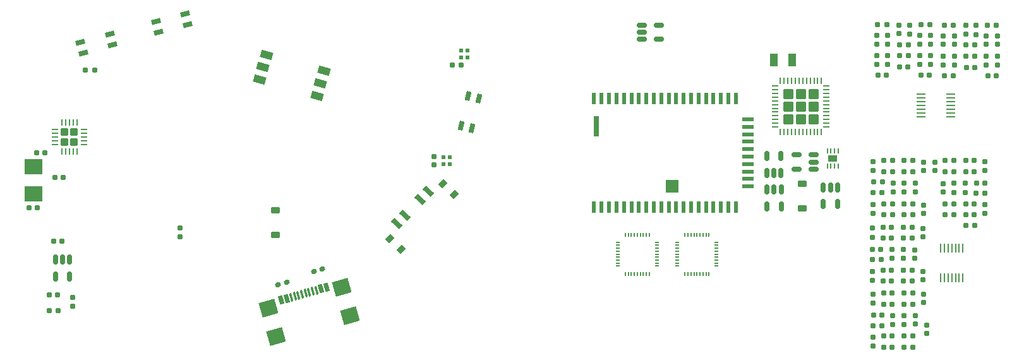
<source format=gbr>
%TF.GenerationSoftware,KiCad,Pcbnew,(7.0.0)*%
%TF.CreationDate,2023-05-27T11:58:37+01:00*%
%TF.ProjectId,all,616c6c2e-6b69-4636-9164-5f7063625858,rev?*%
%TF.SameCoordinates,Original*%
%TF.FileFunction,Paste,Bot*%
%TF.FilePolarity,Positive*%
%FSLAX46Y46*%
G04 Gerber Fmt 4.6, Leading zero omitted, Abs format (unit mm)*
G04 Created by KiCad (PCBNEW (7.0.0)) date 2023-05-27 11:58:37*
%MOMM*%
%LPD*%
G01*
G04 APERTURE LIST*
G04 Aperture macros list*
%AMRoundRect*
0 Rectangle with rounded corners*
0 $1 Rounding radius*
0 $2 $3 $4 $5 $6 $7 $8 $9 X,Y pos of 4 corners*
0 Add a 4 corners polygon primitive as box body*
4,1,4,$2,$3,$4,$5,$6,$7,$8,$9,$2,$3,0*
0 Add four circle primitives for the rounded corners*
1,1,$1+$1,$2,$3*
1,1,$1+$1,$4,$5*
1,1,$1+$1,$6,$7*
1,1,$1+$1,$8,$9*
0 Add four rect primitives between the rounded corners*
20,1,$1+$1,$2,$3,$4,$5,0*
20,1,$1+$1,$4,$5,$6,$7,0*
20,1,$1+$1,$6,$7,$8,$9,0*
20,1,$1+$1,$8,$9,$2,$3,0*%
%AMRotRect*
0 Rectangle, with rotation*
0 The origin of the aperture is its center*
0 $1 length*
0 $2 width*
0 $3 Rotation angle, in degrees counterclockwise*
0 Add horizontal line*
21,1,$1,$2,0,0,$3*%
G04 Aperture macros list end*
%ADD10RotRect,1.244600X0.660400X195.000000*%
%ADD11RoundRect,0.155000X0.212500X0.155000X-0.212500X0.155000X-0.212500X-0.155000X0.212500X-0.155000X0*%
%ADD12RoundRect,0.155000X-0.212500X-0.155000X0.212500X-0.155000X0.212500X0.155000X-0.212500X0.155000X0*%
%ADD13R,2.400000X2.000000*%
%ADD14RotRect,1.600000X1.000000X164.101000*%
%ADD15RoundRect,0.160000X0.197500X0.160000X-0.197500X0.160000X-0.197500X-0.160000X0.197500X-0.160000X0*%
%ADD16RoundRect,0.150000X-0.150000X0.512500X-0.150000X-0.512500X0.150000X-0.512500X0.150000X0.512500X0*%
%ADD17RoundRect,0.160000X-0.160000X0.197500X-0.160000X-0.197500X0.160000X-0.197500X0.160000X0.197500X0*%
%ADD18RoundRect,0.250000X0.275000X0.275000X-0.275000X0.275000X-0.275000X-0.275000X0.275000X-0.275000X0*%
%ADD19RoundRect,0.062500X0.362500X0.062500X-0.362500X0.062500X-0.362500X-0.062500X0.362500X-0.062500X0*%
%ADD20RoundRect,0.062500X0.062500X0.362500X-0.062500X0.362500X-0.062500X-0.362500X0.062500X-0.362500X0*%
%ADD21RoundRect,0.155000X0.155000X-0.212500X0.155000X0.212500X-0.155000X0.212500X-0.155000X-0.212500X0*%
%ADD22RoundRect,0.160000X-0.197500X-0.160000X0.197500X-0.160000X0.197500X0.160000X-0.197500X0.160000X0*%
%ADD23RoundRect,0.155000X-0.155000X0.212500X-0.155000X-0.212500X0.155000X-0.212500X0.155000X0.212500X0*%
%ADD24RoundRect,0.160000X0.160000X-0.197500X0.160000X0.197500X-0.160000X0.197500X-0.160000X-0.197500X0*%
%ADD25R,0.280000X1.200000*%
%ADD26R,1.200000X0.280000*%
%ADD27RoundRect,0.225000X0.375000X-0.225000X0.375000X0.225000X-0.375000X0.225000X-0.375000X-0.225000X0*%
%ADD28RoundRect,0.250000X-0.435000X0.435000X-0.435000X-0.435000X0.435000X-0.435000X0.435000X0.435000X0*%
%ADD29RoundRect,0.062500X-0.062500X0.375000X-0.062500X-0.375000X0.062500X-0.375000X0.062500X0.375000X0*%
%ADD30RoundRect,0.062500X-0.375000X0.062500X-0.375000X-0.062500X0.375000X-0.062500X0.375000X0.062500X0*%
%ADD31O,0.650000X0.200000*%
%ADD32O,0.200000X0.650000*%
%ADD33RoundRect,0.150000X-0.512500X-0.150000X0.512500X-0.150000X0.512500X0.150000X-0.512500X0.150000X0*%
%ADD34RoundRect,0.150000X0.512500X0.150000X-0.512500X0.150000X-0.512500X-0.150000X0.512500X-0.150000X0*%
%ADD35RoundRect,0.150000X0.150000X-0.512500X0.150000X0.512500X-0.150000X0.512500X-0.150000X-0.512500X0*%
%ADD36R,1.000000X1.800000*%
%ADD37R,0.254000X0.711200*%
%ADD38R,1.295400X0.889000*%
%ADD39R,0.600000X1.500000*%
%ADD40R,1.500000X0.600000*%
%ADD41R,0.760000X2.790000*%
%ADD42R,1.780000X1.780000*%
%ADD43RotRect,1.244600X0.660400X76.926000*%
%ADD44RotRect,0.600000X1.150000X195.811000*%
%ADD45RotRect,0.300000X1.150000X195.811000*%
%ADD46RotRect,2.180000X2.000000X195.811000*%
%ADD47RoundRect,0.225000X-0.375000X0.225000X-0.375000X-0.225000X0.375000X-0.225000X0.375000X0.225000X0*%
%ADD48R,0.500000X0.500000*%
%ADD49RoundRect,0.160000X-0.146433X-0.207758X0.233622X-0.100135X0.146433X0.207758X-0.233622X0.100135X0*%
%ADD50RoundRect,0.160000X0.146433X0.207758X-0.233622X0.100135X-0.146433X-0.207758X0.233622X-0.100135X0*%
%ADD51RotRect,0.700000X1.500000X226.022000*%
%ADD52RotRect,0.800000X1.000000X136.022000*%
G04 APERTURE END LIST*
D10*
%TO.C,SW2*%
X64197467Y-45423106D03*
X60271944Y-46474946D03*
X64580520Y-46852678D03*
X60654997Y-47904518D03*
%TD*%
D11*
%TO.C,C5*%
X47137957Y-83126656D03*
X46002957Y-83126656D03*
%TD*%
%TO.C,C2*%
X45437957Y-64026656D03*
X44302957Y-64026656D03*
%TD*%
D12*
%TO.C,C4*%
X46602957Y-75926656D03*
X47737957Y-75926656D03*
%TD*%
D13*
%TO.C,Y1*%
X43870456Y-65876655D03*
X43870456Y-69576655D03*
%TD*%
D14*
%TO.C,SW1*%
X82829328Y-53084240D03*
X82349928Y-54767296D03*
X81870529Y-56450351D03*
X75135359Y-50892701D03*
X74655960Y-52575756D03*
X74176560Y-54258812D03*
%TD*%
D15*
%TO.C,R3*%
X47167957Y-85226656D03*
X45972957Y-85226656D03*
%TD*%
D16*
%TO.C,U2*%
X46820457Y-78389156D03*
X47770457Y-78389156D03*
X48720457Y-78389156D03*
X48720457Y-80664156D03*
X46820457Y-80664156D03*
%TD*%
D11*
%TO.C,C1*%
X44437957Y-71426656D03*
X43302957Y-71426656D03*
%TD*%
D17*
%TO.C,R2*%
X49170457Y-83429156D03*
X49170457Y-84624156D03*
%TD*%
D10*
%TO.C,SW3*%
X54098709Y-48171758D03*
X50173186Y-49223598D03*
X54481762Y-49601330D03*
X50556239Y-50653170D03*
%TD*%
D15*
%TO.C,R1*%
X52067957Y-52926656D03*
X50872957Y-52926656D03*
%TD*%
D18*
%TO.C,U1*%
X49345457Y-62576656D03*
X49345457Y-61276656D03*
X48045457Y-62576656D03*
X48045457Y-61276656D03*
D19*
X50620457Y-60926656D03*
X50620457Y-61426656D03*
X50620457Y-61926656D03*
X50620457Y-62426656D03*
X50620457Y-62926656D03*
D20*
X49695457Y-63851656D03*
X49195457Y-63851656D03*
X48695457Y-63851656D03*
X48195457Y-63851656D03*
X47695457Y-63851656D03*
D19*
X46770457Y-62926656D03*
X46770457Y-62426656D03*
X46770457Y-61926656D03*
X46770457Y-61426656D03*
X46770457Y-60926656D03*
D20*
X47695457Y-60001656D03*
X48195457Y-60001656D03*
X48695457Y-60001656D03*
X49195457Y-60001656D03*
X49695457Y-60001656D03*
%TD*%
D11*
%TO.C,C3*%
X47905457Y-67326656D03*
X46770457Y-67326656D03*
%TD*%
%TO.C,C9*%
X157829160Y-82841560D03*
X158964160Y-82841560D03*
%TD*%
D21*
%TO.C,C10*%
X163146660Y-83024060D03*
X163146660Y-84159060D03*
%TD*%
D17*
%TO.C,R33*%
X156429160Y-72221560D03*
X156429160Y-71026560D03*
%TD*%
D22*
%TO.C,R5*%
X157510660Y-78396560D03*
X156315660Y-78396560D03*
%TD*%
D11*
%TO.C,C37*%
X156451660Y-69359060D03*
X157586660Y-69359060D03*
%TD*%
D15*
%TO.C,R12*%
X160549160Y-84341560D03*
X161744160Y-84341560D03*
%TD*%
D22*
%TO.C,R36*%
X157676660Y-67976560D03*
X156481660Y-67976560D03*
%TD*%
D12*
%TO.C,C40*%
X158996660Y-65106560D03*
X157861660Y-65106560D03*
%TD*%
D11*
%TO.C,C13*%
X157829160Y-88609060D03*
X158964160Y-88609060D03*
%TD*%
D15*
%TO.C,R9*%
X160475660Y-81283086D03*
X161670660Y-81283086D03*
%TD*%
D22*
%TO.C,R32*%
X161776660Y-72374060D03*
X160581660Y-72374060D03*
%TD*%
D15*
%TO.C,R34*%
X160581660Y-70874060D03*
X161776660Y-70874060D03*
%TD*%
D17*
%TO.C,R7*%
X160473160Y-78230586D03*
X160473160Y-77035586D03*
%TD*%
D23*
%TO.C,C6*%
X163073160Y-81100586D03*
X163073160Y-79965586D03*
%TD*%
D15*
%TO.C,R40*%
X160581660Y-65106560D03*
X161776660Y-65106560D03*
%TD*%
D21*
%TO.C,C2*%
X163073160Y-74198086D03*
X163073160Y-75333086D03*
%TD*%
D22*
%TO.C,R1*%
X161670660Y-74015586D03*
X160475660Y-74015586D03*
%TD*%
D15*
%TO.C,R27*%
X170181660Y-69504060D03*
X171376660Y-69504060D03*
%TD*%
D12*
%TO.C,C29*%
X171406660Y-68121560D03*
X170271660Y-68121560D03*
%TD*%
D17*
%TO.C,R35*%
X159079160Y-69324060D03*
X159079160Y-68129060D03*
%TD*%
D24*
%TO.C,R38*%
X160579160Y-68126560D03*
X160579160Y-69321560D03*
%TD*%
D11*
%TO.C,C32*%
X168861660Y-72374060D03*
X169996660Y-72374060D03*
%TD*%
D17*
%TO.C,R39*%
X156429160Y-66454060D03*
X156429160Y-65259060D03*
%TD*%
D22*
%TO.C,R25*%
X167276660Y-66606560D03*
X166081660Y-66606560D03*
%TD*%
D12*
%TO.C,C11*%
X158964160Y-84341560D03*
X157829160Y-84341560D03*
%TD*%
D17*
%TO.C,R16*%
X160546660Y-87056560D03*
X160546660Y-85861560D03*
%TD*%
D24*
%TO.C,R30*%
X171429160Y-71026560D03*
X171429160Y-72221560D03*
%TD*%
D21*
%TO.C,C33*%
X165779160Y-68189060D03*
X165779160Y-69324060D03*
%TD*%
D17*
%TO.C,R29*%
X167279160Y-69354060D03*
X167279160Y-68159060D03*
%TD*%
D11*
%TO.C,C5*%
X157755660Y-79783086D03*
X158890660Y-79783086D03*
%TD*%
D21*
%TO.C,C14*%
X163614160Y-87144060D03*
X163614160Y-88279060D03*
%TD*%
D24*
%TO.C,R26*%
X168779160Y-68156560D03*
X168779160Y-69351560D03*
%TD*%
D11*
%TO.C,C12*%
X156479160Y-85851274D03*
X157614160Y-85851274D03*
%TD*%
D23*
%TO.C,C35*%
X163179160Y-72191560D03*
X163179160Y-71056560D03*
%TD*%
D24*
%TO.C,R24*%
X171429160Y-65259060D03*
X171429160Y-66454060D03*
%TD*%
D15*
%TO.C,R18*%
X160549160Y-90109060D03*
X161744160Y-90109060D03*
%TD*%
D11*
%TO.C,C4*%
X156317703Y-77011991D03*
X157452703Y-77011991D03*
%TD*%
D22*
%TO.C,R31*%
X167276660Y-72374060D03*
X166081660Y-72374060D03*
%TD*%
D24*
%TO.C,R4*%
X158973160Y-77038086D03*
X158973160Y-78233086D03*
%TD*%
D15*
%TO.C,R28*%
X166081660Y-70874060D03*
X167276660Y-70874060D03*
%TD*%
D12*
%TO.C,C15*%
X158964160Y-90109060D03*
X157829160Y-90109060D03*
%TD*%
D22*
%TO.C,R10*%
X161744160Y-82841560D03*
X160549160Y-82841560D03*
%TD*%
D11*
%TO.C,C28*%
X168861660Y-66606560D03*
X169996660Y-66606560D03*
%TD*%
D21*
%TO.C,C27*%
X164679160Y-65289060D03*
X164679160Y-66424060D03*
%TD*%
D12*
%TO.C,C31*%
X170014160Y-73811560D03*
X168879160Y-73811560D03*
%TD*%
D23*
%TO.C,C41*%
X162079160Y-69291560D03*
X162079160Y-68156560D03*
%TD*%
D12*
%TO.C,C36*%
X158996660Y-70874060D03*
X157861660Y-70874060D03*
%TD*%
D24*
%TO.C,R11*%
X156396660Y-82994060D03*
X156396660Y-84189060D03*
%TD*%
D23*
%TO.C,C39*%
X163179160Y-66424060D03*
X163179160Y-65289060D03*
%TD*%
D25*
%TO.C,J1*%
X168464159Y-80861559D03*
X168464159Y-76861559D03*
X167964159Y-80861559D03*
X167964159Y-76861559D03*
X167464159Y-80861559D03*
X167464159Y-76861559D03*
X166964159Y-80861559D03*
X166964159Y-76861559D03*
X166464159Y-80861559D03*
X166464159Y-76861559D03*
X165964159Y-80861559D03*
X165964159Y-76861559D03*
X165464159Y-80861559D03*
X165464159Y-76861559D03*
%TD*%
D21*
%TO.C,C8*%
X161973160Y-77065586D03*
X161973160Y-78200586D03*
%TD*%
D12*
%TO.C,C30*%
X169996660Y-70874060D03*
X168861660Y-70874060D03*
%TD*%
D11*
%TO.C,C38*%
X157861660Y-66606560D03*
X158996660Y-66606560D03*
%TD*%
D22*
%TO.C,R6*%
X161670660Y-79783086D03*
X160475660Y-79783086D03*
%TD*%
D24*
%TO.C,R17*%
X156396660Y-88761560D03*
X156396660Y-89956560D03*
%TD*%
D21*
%TO.C,C16*%
X162046660Y-85891560D03*
X162046660Y-87026560D03*
%TD*%
D24*
%TO.C,R2*%
X156323160Y-74168086D03*
X156323160Y-75363086D03*
%TD*%
D12*
%TO.C,C7*%
X158890660Y-81283086D03*
X157755660Y-81283086D03*
%TD*%
%TO.C,C3*%
X158890660Y-75515586D03*
X157755660Y-75515586D03*
%TD*%
D11*
%TO.C,C34*%
X157861660Y-72374060D03*
X158996660Y-72374060D03*
%TD*%
D15*
%TO.C,R3*%
X160475660Y-75515586D03*
X161670660Y-75515586D03*
%TD*%
D11*
%TO.C,C1*%
X157755660Y-74015586D03*
X158890660Y-74015586D03*
%TD*%
D22*
%TO.C,R15*%
X161744160Y-88609060D03*
X160549160Y-88609060D03*
%TD*%
D24*
%TO.C,R8*%
X156323160Y-79935586D03*
X156323160Y-81130586D03*
%TD*%
D22*
%TO.C,R37*%
X161776660Y-66606560D03*
X160581660Y-66606560D03*
%TD*%
D24*
%TO.C,R13*%
X159046660Y-85864060D03*
X159046660Y-87059060D03*
%TD*%
D15*
%TO.C,R23*%
X166081660Y-65106560D03*
X167276660Y-65106560D03*
%TD*%
D22*
%TO.C,R14*%
X157584160Y-87233774D03*
X156389160Y-87233774D03*
%TD*%
D12*
%TO.C,C26*%
X169996660Y-65106560D03*
X168861660Y-65106560D03*
%TD*%
D24*
%TO.C,R18*%
X164151000Y-52241500D03*
X164151000Y-51046500D03*
%TD*%
D11*
%TO.C,C6*%
X172920000Y-53690000D03*
X171785000Y-53690000D03*
%TD*%
D15*
%TO.C,R4*%
X170080000Y-49590000D03*
X168885000Y-49590000D03*
%TD*%
D24*
%TO.C,R12*%
X158383500Y-52241500D03*
X158383500Y-51046500D03*
%TD*%
D11*
%TO.C,C8*%
X170052500Y-52590000D03*
X168917500Y-52590000D03*
%TD*%
%TO.C,C2*%
X167152500Y-53690000D03*
X166017500Y-53690000D03*
%TD*%
D23*
%TO.C,C11*%
X158383500Y-48326500D03*
X158383500Y-49461500D03*
%TD*%
D17*
%TO.C,R1*%
X165835000Y-51092500D03*
X165835000Y-52287500D03*
%TD*%
D11*
%TO.C,C10*%
X158201000Y-53644000D03*
X157066000Y-53644000D03*
%TD*%
D24*
%TO.C,R9*%
X173102500Y-52287500D03*
X173102500Y-51092500D03*
%TD*%
D22*
%TO.C,R16*%
X159936000Y-51044000D03*
X161131000Y-51044000D03*
%TD*%
D11*
%TO.C,C16*%
X161101000Y-52544000D03*
X159966000Y-52544000D03*
%TD*%
D17*
%TO.C,R14*%
X161281000Y-46946500D03*
X161281000Y-48141500D03*
%TD*%
D23*
%TO.C,C7*%
X173102500Y-48372500D03*
X173102500Y-49507500D03*
%TD*%
D17*
%TO.C,R5*%
X170232500Y-46992500D03*
X170232500Y-48187500D03*
%TD*%
D21*
%TO.C,C1*%
X165835000Y-49507500D03*
X165835000Y-48372500D03*
%TD*%
%TO.C,C12*%
X159898500Y-48051500D03*
X159898500Y-46916500D03*
%TD*%
D22*
%TO.C,R7*%
X168887500Y-51090000D03*
X170082500Y-51090000D03*
%TD*%
D15*
%TO.C,R13*%
X161128500Y-49544000D03*
X159933500Y-49544000D03*
%TD*%
D12*
%TO.C,C14*%
X162833500Y-53644000D03*
X163968500Y-53644000D03*
%TD*%
D15*
%TO.C,R11*%
X158231000Y-46894000D03*
X157036000Y-46894000D03*
%TD*%
D21*
%TO.C,C4*%
X168850000Y-48097500D03*
X168850000Y-46962500D03*
%TD*%
D17*
%TO.C,R6*%
X171602500Y-51092500D03*
X171602500Y-52287500D03*
%TD*%
D23*
%TO.C,C15*%
X164151000Y-48326500D03*
X164151000Y-49461500D03*
%TD*%
D17*
%TO.C,R10*%
X156883500Y-51046500D03*
X156883500Y-52241500D03*
%TD*%
D15*
%TO.C,R2*%
X167182500Y-46940000D03*
X165987500Y-46940000D03*
%TD*%
%TO.C,R17*%
X163998500Y-46894000D03*
X162803500Y-46894000D03*
%TD*%
D17*
%TO.C,R15*%
X162651000Y-51046500D03*
X162651000Y-52241500D03*
%TD*%
D21*
%TO.C,C5*%
X171602500Y-49507500D03*
X171602500Y-48372500D03*
%TD*%
D24*
%TO.C,R3*%
X167335000Y-52287500D03*
X167335000Y-51092500D03*
%TD*%
D21*
%TO.C,C9*%
X156883500Y-49461500D03*
X156883500Y-48326500D03*
%TD*%
%TO.C,C13*%
X162651000Y-49461500D03*
X162651000Y-48326500D03*
%TD*%
D26*
%TO.C,J1*%
X166849999Y-56197261D03*
X162849999Y-56197261D03*
X166849999Y-56697261D03*
X162849999Y-56697261D03*
X166849999Y-57197261D03*
X162849999Y-57197261D03*
X166849999Y-57697261D03*
X162849999Y-57697261D03*
X166849999Y-58197261D03*
X162849999Y-58197261D03*
X166849999Y-58697261D03*
X162849999Y-58697261D03*
X166849999Y-59197261D03*
X162849999Y-59197261D03*
%TD*%
D15*
%TO.C,R8*%
X172950000Y-46940000D03*
X171755000Y-46940000D03*
%TD*%
D23*
%TO.C,C3*%
X167335000Y-48372500D03*
X167335000Y-49507500D03*
%TD*%
D16*
%TO.C,U6*%
X142200000Y-68975000D03*
X143150000Y-68975000D03*
X144100000Y-68975000D03*
X144100000Y-71250000D03*
X142200000Y-71250000D03*
%TD*%
D27*
%TO.C,D2*%
X146900000Y-71500000D03*
X146900000Y-68200000D03*
%TD*%
D28*
%TO.C,U2*%
X148448000Y-56140500D03*
X146748000Y-56140500D03*
X145048000Y-56140500D03*
X148448000Y-57840500D03*
X146748000Y-57840500D03*
X145048000Y-57840500D03*
X148448000Y-59540500D03*
X146748000Y-59540500D03*
X145048000Y-59540500D03*
D29*
X143998000Y-54403000D03*
X144498000Y-54403000D03*
X144998000Y-54403000D03*
X145498000Y-54403000D03*
X145998000Y-54403000D03*
X146498000Y-54403000D03*
X146998000Y-54403000D03*
X147498000Y-54403000D03*
X147998000Y-54403000D03*
X148498000Y-54403000D03*
X148998000Y-54403000D03*
X149498000Y-54403000D03*
D30*
X150185500Y-55090500D03*
X150185500Y-55590500D03*
X150185500Y-56090500D03*
X150185500Y-56590500D03*
X150185500Y-57090500D03*
X150185500Y-57590500D03*
X150185500Y-58090500D03*
X150185500Y-58590500D03*
X150185500Y-59090500D03*
X150185500Y-59590500D03*
X150185500Y-60090500D03*
X150185500Y-60590500D03*
D29*
X149498000Y-61278000D03*
X148998000Y-61278000D03*
X148498000Y-61278000D03*
X147998000Y-61278000D03*
X147498000Y-61278000D03*
X146998000Y-61278000D03*
X146498000Y-61278000D03*
X145998000Y-61278000D03*
X145498000Y-61278000D03*
X144998000Y-61278000D03*
X144498000Y-61278000D03*
X143998000Y-61278000D03*
D30*
X143310500Y-60590500D03*
X143310500Y-60090500D03*
X143310500Y-59590500D03*
X143310500Y-59090500D03*
X143310500Y-58590500D03*
X143310500Y-58090500D03*
X143310500Y-57590500D03*
X143310500Y-57090500D03*
X143310500Y-56590500D03*
X143310500Y-56090500D03*
X143310500Y-55590500D03*
X143310500Y-55090500D03*
%TD*%
D31*
%TO.C,IC1*%
X130196427Y-79249999D03*
X130196427Y-78849999D03*
X130196427Y-78449999D03*
X130196427Y-78049999D03*
X130196427Y-77649999D03*
X130196427Y-77249999D03*
X130196427Y-76849999D03*
X130196427Y-76449999D03*
X130196427Y-76049999D03*
D32*
X131221427Y-75024999D03*
X131621427Y-75024999D03*
X132021427Y-75024999D03*
X132421427Y-75024999D03*
X132821427Y-75024999D03*
X133221427Y-75024999D03*
X133621427Y-75024999D03*
X134021427Y-75024999D03*
X134421427Y-75024999D03*
D31*
X135446427Y-76049999D03*
X135446427Y-76449999D03*
X135446427Y-76849999D03*
X135446427Y-77249999D03*
X135446427Y-77649999D03*
X135446427Y-78049999D03*
X135446427Y-78449999D03*
X135446427Y-78849999D03*
X135446427Y-79249999D03*
D32*
X134421427Y-80274999D03*
X134021427Y-80274999D03*
X133621427Y-80274999D03*
X133221427Y-80274999D03*
X132821427Y-80274999D03*
X132421427Y-80274999D03*
X132021427Y-80274999D03*
X131621427Y-80274999D03*
X131221427Y-80274999D03*
%TD*%
D16*
%TO.C,U3*%
X149750000Y-68677500D03*
X150700000Y-68677500D03*
X151650000Y-68677500D03*
X151650000Y-70952500D03*
X149750000Y-70952500D03*
%TD*%
D33*
%TO.C,U8*%
X125395000Y-48832000D03*
X125395000Y-47882000D03*
X125395000Y-46932000D03*
X127670000Y-46932000D03*
X127670000Y-48832000D03*
%TD*%
D31*
%TO.C,IC2*%
X127449999Y-76049999D03*
X127449999Y-76449999D03*
X127449999Y-76849999D03*
X127449999Y-77249999D03*
X127449999Y-77649999D03*
X127449999Y-78049999D03*
X127449999Y-78449999D03*
X127449999Y-78849999D03*
X127449999Y-79249999D03*
D32*
X126424999Y-80274999D03*
X126024999Y-80274999D03*
X125624999Y-80274999D03*
X125224999Y-80274999D03*
X124824999Y-80274999D03*
X124424999Y-80274999D03*
X124024999Y-80274999D03*
X123624999Y-80274999D03*
X123224999Y-80274999D03*
D31*
X122199999Y-79249999D03*
X122199999Y-78849999D03*
X122199999Y-78449999D03*
X122199999Y-78049999D03*
X122199999Y-77649999D03*
X122199999Y-77249999D03*
X122199999Y-76849999D03*
X122199999Y-76449999D03*
X122199999Y-76049999D03*
D32*
X123224999Y-75024999D03*
X123624999Y-75024999D03*
X124024999Y-75024999D03*
X124424999Y-75024999D03*
X124824999Y-75024999D03*
X125224999Y-75024999D03*
X125624999Y-75024999D03*
X126024999Y-75024999D03*
X126424999Y-75024999D03*
%TD*%
D34*
%TO.C,U4*%
X148437500Y-64350000D03*
X148437500Y-65300000D03*
X148437500Y-66250000D03*
X146162500Y-66250000D03*
X146162500Y-64350000D03*
%TD*%
D35*
%TO.C,U7*%
X144050000Y-66787500D03*
X143100000Y-66787500D03*
X142150000Y-66787500D03*
X142150000Y-64512500D03*
X144050000Y-64512500D03*
%TD*%
D36*
%TO.C,Y1*%
X143076499Y-51616499D03*
X145576499Y-51616499D03*
%TD*%
D37*
%TO.C,U5*%
X151776001Y-65824599D03*
X151276000Y-65824599D03*
X150776000Y-65824599D03*
X150275999Y-65824599D03*
X150275999Y-63817999D03*
X150776000Y-63817999D03*
X151276000Y-63817999D03*
X151776001Y-63817999D03*
D38*
X151026000Y-64821299D03*
%TD*%
D39*
%TO.C,U1*%
X119029999Y-56809999D03*
X120029999Y-56809999D03*
X121029999Y-56809999D03*
X122029999Y-56809999D03*
X123029999Y-56809999D03*
X124029999Y-56809999D03*
X125029999Y-56809999D03*
X126029999Y-56809999D03*
X127029999Y-56809999D03*
X128029999Y-56809999D03*
X129029999Y-56809999D03*
X130029999Y-56809999D03*
X131029999Y-56809999D03*
X132029999Y-56809999D03*
X133029999Y-56809999D03*
X134029999Y-56809999D03*
X135029999Y-56809999D03*
X136029999Y-56809999D03*
X137029999Y-56809999D03*
X138029999Y-56809999D03*
D40*
X139679999Y-59559999D03*
X139679999Y-60559999D03*
X139679999Y-61559999D03*
X139679999Y-62559999D03*
X139679999Y-63559999D03*
X139679999Y-64559999D03*
X139679999Y-65559999D03*
X139679999Y-66559999D03*
X139679999Y-67559999D03*
X139679999Y-68559999D03*
D39*
X138029999Y-71309999D03*
X137029999Y-71309999D03*
X136029999Y-71309999D03*
X135029999Y-71309999D03*
X134029999Y-71309999D03*
X133029999Y-71309999D03*
X132029999Y-71309999D03*
X131029999Y-71309999D03*
X130029999Y-71309999D03*
X129029999Y-71309999D03*
X128029999Y-71309999D03*
X127029999Y-71309999D03*
X126029999Y-71309999D03*
X125029999Y-71309999D03*
X124029999Y-71309999D03*
X123029999Y-71309999D03*
X122029999Y-71309999D03*
X121029999Y-71309999D03*
X120029999Y-71309999D03*
D41*
X119349999Y-60519999D03*
D42*
X129459999Y-68579999D03*
D39*
X119029999Y-71309999D03*
%TD*%
D43*
%TO.C,SW1*%
X102688094Y-60749598D03*
X103607409Y-56790942D03*
X101246455Y-60414808D03*
X102165770Y-56456152D03*
%TD*%
D11*
%TO.C,C2*%
X101181456Y-52314809D03*
X100046456Y-52314809D03*
%TD*%
D44*
%TO.C,J1*%
X83201729Y-82081179D03*
X82431997Y-82299151D03*
D45*
X81325506Y-82612486D03*
X80363341Y-82884951D03*
X79882258Y-83021183D03*
X78920092Y-83293648D03*
D44*
X77043869Y-83824955D03*
X77813601Y-83606983D03*
D45*
X78439009Y-83429881D03*
X79401175Y-83157416D03*
X80844423Y-82748718D03*
X81806589Y-82476253D03*
D46*
X86266921Y-85895327D03*
X85196133Y-82114016D03*
X76433587Y-88679919D03*
X75362800Y-84898608D03*
%TD*%
D21*
%TO.C,C1*%
X97546456Y-65682309D03*
X97546456Y-64547309D03*
%TD*%
D47*
%TO.C,D3*%
X76346456Y-71764809D03*
X76346456Y-75064809D03*
%TD*%
D48*
%TO.C,D1*%
X99696455Y-64664808D03*
X99696455Y-65564808D03*
X98796455Y-65564808D03*
X98796455Y-64664808D03*
%TD*%
D24*
%TO.C,R4*%
X63546456Y-75312309D03*
X63546456Y-74117309D03*
%TD*%
D49*
%TO.C,R3*%
X81471562Y-79977607D03*
X82621350Y-79652011D03*
%TD*%
D50*
%TO.C,R2*%
X77824683Y-81387517D03*
X76674895Y-81713113D03*
%TD*%
D51*
%TO.C,SW2*%
X96770290Y-69240820D03*
X95728717Y-70320230D03*
X93645570Y-72479049D03*
X92603997Y-73558459D03*
D52*
X98766936Y-68179733D03*
X91614800Y-75591680D03*
X100278110Y-69637936D03*
X93125974Y-77049883D03*
%TD*%
D48*
%TO.C,D2*%
X102096455Y-50364808D03*
X102096455Y-51264808D03*
X101196455Y-51264808D03*
X101196455Y-50364808D03*
%TD*%
M02*

</source>
